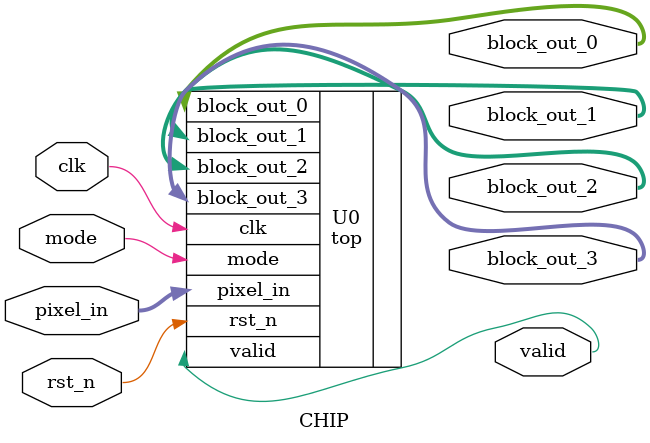
<source format=v>



module CHIP (clk, rst_n, mode, pixel_in, valid,
             block_out_0, block_out_1, block_out_2, block_out_3);
    input clk; 
    input rst_n; 
    input mode; 
    input [8*70-1:0] pixel_in;
    output valid;
    output [12*9-1:0] block_out_0; 
    output [12*9-1:0] block_out_1; 
    output [12*9-1:0] block_out_2; 
    output [12*9-1:0] block_out_3;

    top U0(.clk(clk), .rst_n(rst_n), .mode(mode),
           .pixel_in(pixel_in), .valid(valid),
           .block_out_0(block_out_0), .block_out_1(block_out_1),
           .block_out_2(block_out_2), .block_out_3(block_out_3));
endmodule
</source>
